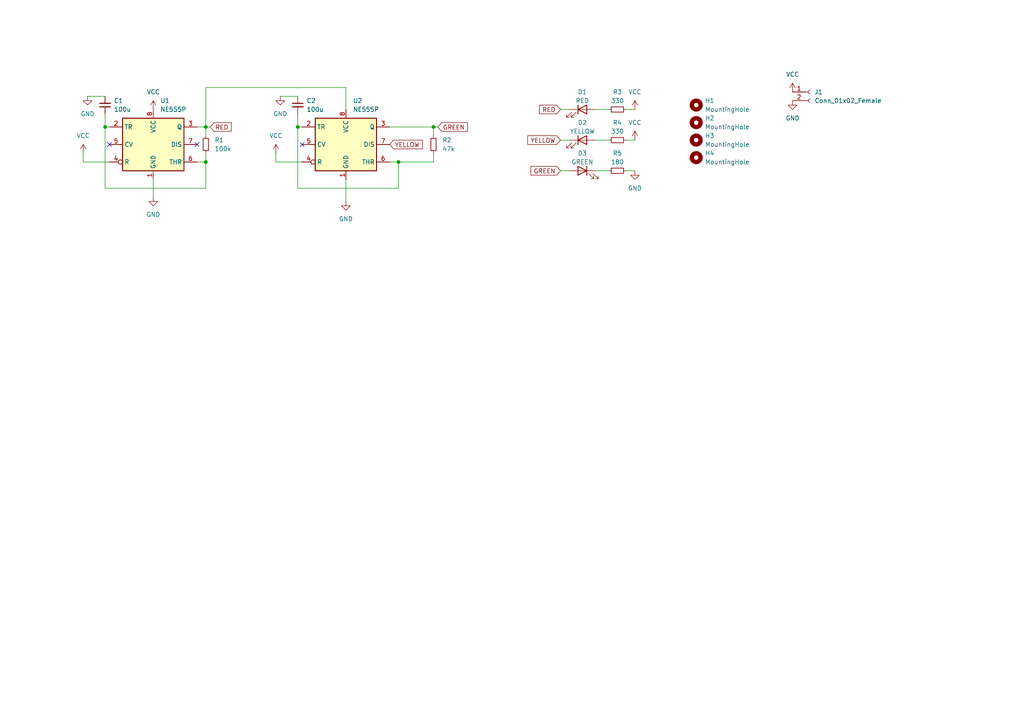
<source format=kicad_sch>
(kicad_sch (version 20211123) (generator eeschema)
  (paper "A4")
  (lib_symbols
    (symbol "Connector:Conn_01x02_Female" (pin_names (offset 1.016) hide)
      (property "Reference" "J" (at 0 2.54 0))
      (property "Value" "Conn_01x02_Female" (at 0 -5.08 0))
      (symbol "Conn_01x02_Female_1_1"
        (arc (start 0 -2.032) (mid -0.508 -2.54) (end 0 -3.048) (stroke (width 0.1524)))
        (polyline (pts (xy -1.27 -2.54) (xy -0.508 -2.54)) (stroke (width 0.1524)))
        (polyline (pts (xy -1.27 0) (xy -0.508 0)) (stroke (width 0.1524)))
        (arc (start 0 0.508) (mid -0.508 0) (end 0 -0.508) (stroke (width 0.1524)))
        (pin passive line (at -5.08 0 0) (length 3.81) (name "Pin_1") (number "1"))
        (pin passive line (at -5.08 -2.54 0) (length 3.81) (name "Pin_2") (number "2"))
      )
    )
    (symbol "Device:C_Small" (pin_numbers hide) (pin_names (offset 0.254) hide)
      (property "Reference" "C" (at 0.254 1.778 0))
      (property "Value" "C_Small" (at 0.254 -2.032 0))
      (symbol "C_Small_0_1"
        (polyline (pts (xy -1.524 -0.508) (xy 1.524 -0.508)) (stroke (width 0.3302)))
        (polyline (pts (xy -1.524 0.508) (xy 1.524 0.508)) (stroke (width 0.3048)))
      )
      (symbol "C_Small_1_1"
        (pin passive line (at 0 2.54 270) (length 2.032) (name "~") (number "1"))
        (pin passive line (at 0 -2.54 90) (length 2.032) (name "~") (number "2"))
      )
    )
    (symbol "Device:LED" (pin_numbers hide) (pin_names (offset 1.016) hide)
      (property "Reference" "D" (at 0 2.54 0))
      (property "Value" "LED" (at 0 -2.54 0))
      (symbol "LED_0_1"
        (polyline (pts (xy -1.27 -1.27) (xy -1.27 1.27)) (stroke (width 0.254)))
        (polyline (pts (xy -1.27 0) (xy 1.27 0)))
        (polyline (pts (xy 1.27 -1.27) (xy 1.27 1.27) (xy -1.27 0) (xy 1.27 -1.27)) (stroke (width 0.254)))
        (polyline (pts (xy -3.048 -0.762) (xy -4.572 -2.286) (xy -3.81 -2.286) (xy -4.572 -2.286) (xy -4.572 -1.524)))
        (polyline (pts (xy -1.778 -0.762) (xy -3.302 -2.286) (xy -2.54 -2.286) (xy -3.302 -2.286) (xy -3.302 -1.524)))
      )
      (symbol "LED_1_1"
        (pin passive line (at -3.81 0 0) (length 2.54) (name "K") (number "1"))
        (pin passive line (at 3.81 0 180) (length 2.54) (name "A") (number "2"))
      )
    )
    (symbol "Device:R_Small" (pin_numbers hide) (pin_names (offset 0.254) hide)
      (property "Reference" "R" (at 0.762 0.508 0))
      (property "Value" "R_Small" (at 0.762 -1.016 0))
      (symbol "R_Small_0_1"
        (rectangle (start -0.762 1.778) (end 0.762 -1.778) (stroke (width 0.2032)))
      )
      (symbol "R_Small_1_1"
        (pin passive line (at 0 2.54 270) (length 0.762) (name "~") (number "1"))
        (pin passive line (at 0 -2.54 90) (length 0.762) (name "~") (number "2"))
      )
    )
    (symbol "Mechanical:MountingHole" (pin_names (offset 1.016))
      (property "Reference" "H" (at 0 5.08 0))
      (property "Value" "MountingHole" (at 0 3.175 0))
      (symbol "MountingHole_0_1"
        (circle (center 0 0) (radius 1.27) (stroke (width 1.27)))
      )
    )
    (symbol "Timer:NE555P"
      (property "Reference" "U" (at -10.16 8.89 0))
      (property "Value" "NE555P" (at 2.54 8.89 0))
      (symbol "NE555P_0_0"
        (pin power_in line (at 0 -10.16 90) (length 2.54) (name "GND") (number "1"))
        (pin power_in line (at 0 10.16 270) (length 2.54) (name "VCC") (number "8"))
      )
      (symbol "NE555P_0_1"
        (rectangle (start -8.89 -7.62) (end 8.89 7.62) (stroke (width 0.254)) (fill (type background)))
        (rectangle (start -8.89 -7.62) (end 8.89 7.62) (stroke (width 0.254)) (fill (type background)))
      )
      (symbol "NE555P_1_1"
        (pin input line (at -12.7 5.08 0) (length 3.81) (name "TR") (number "2"))
        (pin output line (at 12.7 5.08 180) (length 3.81) (name "Q") (number "3"))
        (pin input inverted (at -12.7 -5.08 0) (length 3.81) (name "R") (number "4"))
        (pin input line (at -12.7 0 0) (length 3.81) (name "CV") (number "5"))
        (pin input line (at 12.7 -5.08 180) (length 3.81) (name "THR") (number "6"))
        (pin input line (at 12.7 0 180) (length 3.81) (name "DIS") (number "7"))
      )
    )
    (symbol "power:GND" (power) (pin_names (offset 0))
      (property "Value" "GND" (at 0 -3.81 0))
      (symbol "GND_0_1"
        (polyline (pts (xy 0 0) (xy 0 -1.27) (xy 1.27 -1.27) (xy 0 -2.54) (xy -1.27 -1.27) (xy 0 -1.27)))
      )
      (symbol "GND_1_1"
        (pin power_in line (at 0 0 270) (length 0) hide (name "GND") (number "1"))
      )
    )
    (symbol "power:VCC" (power) (pin_names (offset 0))
      (property "Value" "VCC" (at 0 3.81 0))
      (symbol "VCC_0_1"
        (polyline (pts (xy -0.762 1.27) (xy 0 2.54)))
        (polyline (pts (xy 0 0) (xy 0 2.54)))
        (polyline (pts (xy 0 2.54) (xy 0.762 1.27)))
      )
      (symbol "VCC_1_1"
        (pin power_in line (at 0 0 90) (length 0) hide (name "VCC") (number "1"))
      )
    )
  )
  (junction (at 30.48 36.83))
  (junction (at 86.36 36.83))
  (junction (at 115.57 46.99))
  (junction (at 125.73 36.83))
  (junction (at 59.69 46.99))
  (junction (at 59.69 36.83))
  (no_connect (at 87.63 41.91))
  (no_connect (at 31.75 41.91))
  (no_connect (at 57.15 41.91))
  (wire (pts (xy 176.53 40.64) (xy 172.72 40.64)))
  (wire (pts (xy 80.01 46.99) (xy 87.63 46.99)))
  (wire (pts (xy 25.4 27.94) (xy 30.48 27.94)))
  (wire (pts (xy 57.15 46.99) (xy 59.69 46.99)))
  (wire (pts (xy 162.56 40.64) (xy 165.1 40.64)))
  (wire (pts (xy 30.48 54.61) (xy 59.69 54.61)))
  (wire (pts (xy 86.36 33.02) (xy 86.36 36.83)))
  (wire (pts (xy 44.45 52.07) (xy 44.45 57.15)))
  (wire (pts (xy 115.57 54.61) (xy 115.57 46.99)))
  (wire (pts (xy 30.48 36.83) (xy 30.48 54.61)))
  (wire (pts (xy 162.56 49.53) (xy 165.1 49.53)))
  (wire (pts (xy 24.13 46.99) (xy 31.75 46.99)))
  (wire (pts (xy 181.61 40.64) (xy 184.15 40.64)))
  (wire (pts (xy 176.53 31.75) (xy 172.72 31.75)))
  (wire (pts (xy 80.01 44.45) (xy 80.01 46.99)))
  (wire (pts (xy 59.69 36.83) (xy 57.15 36.83)))
  (wire (pts (xy 60.96 36.83) (xy 59.69 36.83)))
  (wire (pts (xy 30.48 36.83) (xy 31.75 36.83)))
  (wire (pts (xy 115.57 46.99) (xy 125.73 46.99)))
  (wire (pts (xy 30.48 33.02) (xy 30.48 36.83)))
  (wire (pts (xy 125.73 44.45) (xy 125.73 46.99)))
  (wire (pts (xy 59.69 46.99) (xy 59.69 54.61)))
  (wire (pts (xy 86.36 54.61) (xy 115.57 54.61)))
  (wire (pts (xy 100.33 25.4) (xy 100.33 31.75)))
  (wire (pts (xy 181.61 31.75) (xy 184.15 31.75)))
  (wire (pts (xy 86.36 36.83) (xy 87.63 36.83)))
  (wire (pts (xy 100.33 52.07) (xy 100.33 58.42)))
  (wire (pts (xy 59.69 25.4) (xy 100.33 25.4)))
  (wire (pts (xy 127 36.83) (xy 125.73 36.83)))
  (wire (pts (xy 176.53 49.53) (xy 172.72 49.53)))
  (wire (pts (xy 59.69 36.83) (xy 59.69 25.4)))
  (wire (pts (xy 24.13 44.45) (xy 24.13 46.99)))
  (wire (pts (xy 125.73 36.83) (xy 125.73 39.37)))
  (wire (pts (xy 125.73 36.83) (xy 113.03 36.83)))
  (wire (pts (xy 81.28 27.94) (xy 86.36 27.94)))
  (wire (pts (xy 59.69 36.83) (xy 59.69 39.37)))
  (wire (pts (xy 86.36 36.83) (xy 86.36 54.61)))
  (wire (pts (xy 113.03 46.99) (xy 115.57 46.99)))
  (wire (pts (xy 162.56 31.75) (xy 165.1 31.75)))
  (wire (pts (xy 59.69 44.45) (xy 59.69 46.99)))
  (wire (pts (xy 181.61 49.53) (xy 184.15 49.53)))
  (global_label "GREEN" (shape input) (at 162.56 49.53 180) (property "Intersheet References" "${INTERSHEET_REFS}" (effects hide)))
  (global_label "GREEN" (shape input) (at 127 36.83 0) (property "Intersheet References" "${INTERSHEET_REFS}" (effects hide)))
  (global_label "YELLOW" (shape input) (at 113.03 41.91 0) (property "Intersheet References" "${INTERSHEET_REFS}" (effects hide)))
  (global_label "RED" (shape input) (at 162.56 31.75 180) (property "Intersheet References" "${INTERSHEET_REFS}" (effects hide)))
  (global_label "RED" (shape input) (at 60.96 36.83 0) (property "Intersheet References" "${INTERSHEET_REFS}" (effects hide)))
  (global_label "YELLOW" (shape input) (at 162.56 40.64 180) (property "Intersheet References" "${INTERSHEET_REFS}" (effects hide)))
  (symbol (lib_id "power:VCC") (at 80.01 44.45 0) (unit 1)
    (property "Reference" "#PWR05" (effects hide))
    (property "Value" "VCC" (at 80.01 39.37 0))
  )
  (symbol (lib_id "power:GND") (at 184.15 49.53 0) (unit 1)
    (property "Reference" "#PWR010" (effects hide))
    (property "Value" "GND" (at 184.15 54.61 0))
  )
  (symbol (lib_id "Mechanical:MountingHole") (at 201.93 30.48 0) (unit 1)
    (property "Reference" "H1" (at 204.47 29.2099 0) (effects (justify left)))
    (property "Value" "MountingHole" (at 204.47 31.7499 0) (effects (justify left)))
    (property "Footprint" "MountingHole:MountingHole_3.2mm_M3" (effects hide))
  )
  (symbol (lib_id "Device:R_Small") (at 125.73 41.91 180) (unit 1)
    (property "Reference" "R2" (at 128.27 40.6399 0) (effects (justify right)))
    (property "Value" "47k" (at 128.27 43.1799 0) (effects (justify right)))
    (property "Footprint" "Resistor_SMD:R_0402_1005Metric_Pad0.72x0.64mm_HandSolder" (effects hide))
  )
  (symbol (lib_id "power:VCC") (at 184.15 40.64 0) (unit 1)
    (property "Reference" "#PWR09" (effects hide))
    (property "Value" "VCC" (at 184.15 35.56 0))
  )
  (symbol (lib_id "Timer:NE555P") (at 100.33 41.91 0) (unit 1)
    (property "Reference" "U2" (at 102.3494 29.21 0) (effects (justify left)))
    (property "Value" "NE555P" (at 102.3494 31.75 0) (effects (justify left)))
    (property "Footprint" "Package_DIP:DIP-8_W7.62mm" (effects hide))
    (property "Datasheet" "http://www.ti.com/lit/ds/symlink/ne555.pdf" (effects hide))
  )
  (symbol (lib_id "power:GND") (at 229.87 29.21 0) (unit 1)
    (property "Reference" "#PWR012" (effects hide))
    (property "Value" "GND" (at 229.87 34.29 0))
  )
  (symbol (lib_id "Mechanical:MountingHole") (at 201.93 45.72 0) (unit 1)
    (property "Reference" "H4" (at 204.47 44.4499 0) (effects (justify left)))
    (property "Value" "MountingHole" (at 204.47 46.9899 0) (effects (justify left)))
    (property "Footprint" "MountingHole:MountingHole_3.2mm_M3" (effects hide))
  )
  (symbol (lib_id "power:GND") (at 44.45 57.15 0) (unit 1)
    (property "Reference" "#PWR04" (effects hide))
    (property "Value" "GND" (at 44.45 62.23 0))
  )
  (symbol (lib_id "power:VCC") (at 24.13 44.45 0) (unit 1)
    (property "Reference" "#PWR01" (effects hide))
    (property "Value" "VCC" (at 24.13 39.37 0))
  )
  (symbol (lib_id "Mechanical:MountingHole") (at 201.93 35.56 0) (unit 1)
    (property "Reference" "H2" (at 204.47 34.2899 0) (effects (justify left)))
    (property "Value" "MountingHole" (at 204.47 36.8299 0) (effects (justify left)))
    (property "Footprint" "MountingHole:MountingHole_3.2mm_M3" (effects hide))
  )
  (symbol (lib_id "Device:R_Small") (at 179.07 49.53 90) (unit 1)
    (property "Reference" "R5" (at 179.07 44.45 90))
    (property "Value" "180" (at 179.07 46.99 90))
    (property "Footprint" "Resistor_SMD:R_0603_1608Metric_Pad0.98x0.95mm_HandSolder" (effects hide))
  )
  (symbol (lib_id "power:GND") (at 81.28 27.94 0) (unit 1)
    (property "Reference" "#PWR06" (effects hide))
    (property "Value" "GND" (at 81.28 33.02 0))
  )
  (symbol (lib_id "Device:LED") (at 168.91 40.64 0) (unit 1)
    (property "Reference" "D2" (at 168.91 35.56 0))
    (property "Value" "YELLOW" (at 168.91 38.1 0))
    (property "Footprint" "LED_SMD:LED_0603_1608Metric_Pad1.05x0.95mm_HandSolder" (effects hide))
  )
  (symbol (lib_id "power:GND") (at 25.4 27.94 0) (unit 1)
    (property "Reference" "#PWR02" (effects hide))
    (property "Value" "GND" (at 25.4 33.02 0))
  )
  (symbol (lib_id "Device:C_Small") (at 30.48 30.48 180) (unit 1)
    (property "Reference" "C1" (at 33.02 29.2035 0) (effects (justify right)))
    (property "Value" "100u" (at 33.02 31.7435 0) (effects (justify right)))
    (property "Footprint" "Capacitor_SMD:C_0402_1005Metric_Pad0.74x0.62mm_HandSolder" (effects hide))
  )
  (symbol (lib_id "Connector:Conn_01x02_Female") (at 234.95 26.67 0) (unit 1)
    (property "Reference" "J1" (at 236.22 26.6699 0) (effects (justify left)))
    (property "Value" "Conn_01x02_Female" (at 236.22 29.2099 0) (effects (justify left)))
    (property "Footprint" "Connector_PinHeader_2.00mm:PinHeader_1x02_P2.00mm_Vertical_SMD_Pin1Right" (effects hide))
  )
  (symbol (lib_id "power:VCC") (at 229.87 26.67 0) (unit 1)
    (property "Reference" "#PWR011" (effects hide))
    (property "Value" "VCC" (at 229.87 21.59 0))
  )
  (symbol (lib_id "Device:LED") (at 168.91 31.75 0) (unit 1)
    (property "Reference" "D1" (at 168.91 26.67 0))
    (property "Value" "RED" (at 168.91 29.21 0))
    (property "Footprint" "LED_SMD:LED_0603_1608Metric_Pad1.05x0.95mm_HandSolder" (effects hide))
  )
  (symbol (lib_id "Device:LED") (at 168.91 49.53 0) (mirror y) (unit 1)
    (property "Reference" "D3" (at 168.91 44.45 0))
    (property "Value" "GREEN" (at 168.91 46.99 0))
    (property "Footprint" "LED_SMD:LED_0603_1608Metric_Pad1.05x0.95mm_HandSolder" (effects hide))
  )
  (symbol (lib_id "power:GND") (at 100.33 58.42 0) (unit 1)
    (property "Reference" "#PWR07" (effects hide))
    (property "Value" "GND" (at 100.33 63.5 0))
  )
  (symbol (lib_id "Device:R_Small") (at 179.07 31.75 90) (unit 1)
    (property "Reference" "R3" (at 179.07 26.67 90))
    (property "Value" "330" (at 179.07 29.21 90))
    (property "Footprint" "Resistor_SMD:R_0603_1608Metric_Pad0.98x0.95mm_HandSolder" (effects hide))
  )
  (symbol (lib_id "Mechanical:MountingHole") (at 201.93 40.64 0) (unit 1)
    (property "Reference" "H3" (at 204.47 39.3699 0) (effects (justify left)))
    (property "Value" "MountingHole" (at 204.47 41.9099 0) (effects (justify left)))
    (property "Footprint" "MountingHole:MountingHole_3.2mm_M3" (effects hide))
  )
  (symbol (lib_id "power:VCC") (at 184.15 31.75 0) (unit 1)
    (property "Reference" "#PWR08" (effects hide))
    (property "Value" "VCC" (at 184.15 26.67 0))
  )
  (symbol (lib_id "power:VCC") (at 44.45 31.75 0) (unit 1)
    (property "Reference" "#PWR03" (effects hide))
    (property "Value" "VCC" (at 44.45 26.67 0))
  )
  (symbol (lib_id "Device:C_Small") (at 86.36 30.48 0) (unit 1)
    (property "Reference" "C2" (at 88.9 29.2162 0) (effects (justify left)))
    (property "Value" "100u" (at 88.9 31.7562 0) (effects (justify left)))
    (property "Footprint" "Capacitor_SMD:C_0402_1005Metric_Pad0.74x0.62mm_HandSolder" (effects hide))
  )
  (symbol (lib_id "Timer:NE555P") (at 44.45 41.91 0) (unit 1)
    (property "Reference" "U1" (at 46.4694 29.21 0) (effects (justify left)))
    (property "Value" "NE555P" (at 46.4694 31.75 0) (effects (justify left)))
    (property "Footprint" "Package_DIP:DIP-8_W7.62mm" (effects hide))
    (property "Datasheet" "http://www.ti.com/lit/ds/symlink/ne555.pdf" (effects hide))
  )
  (symbol (lib_id "Device:R_Small") (at 59.69 41.91 180) (unit 1)
    (property "Reference" "R1" (at 62.23 40.6399 0) (effects (justify right)))
    (property "Value" "100k" (at 62.23 43.1799 0) (effects (justify right)))
    (property "Footprint" "Resistor_SMD:R_0402_1005Metric_Pad0.72x0.64mm_HandSolder" (effects hide))
  )
  (symbol (lib_id "Device:R_Small") (at 179.07 40.64 90) (unit 1)
    (property "Reference" "R4" (at 179.07 35.56 90))
    (property "Value" "330" (at 179.07 38.1 90))
    (property "Footprint" "Resistor_SMD:R_0603_1608Metric_Pad0.98x0.95mm_HandSolder" (effects hide))
  )
)
</source>
